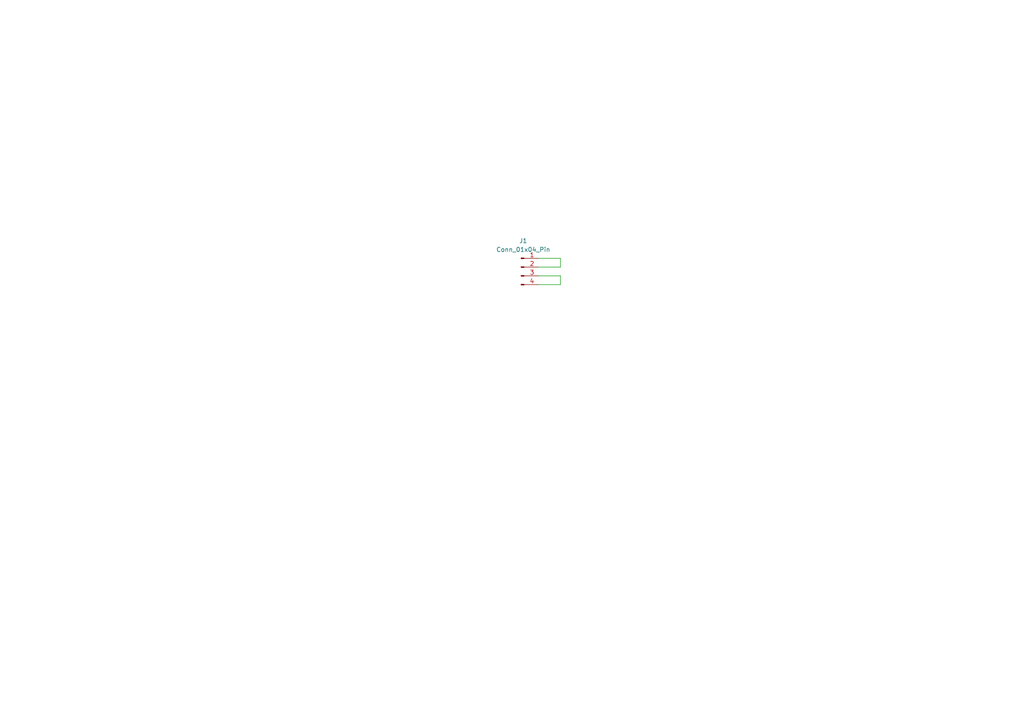
<source format=kicad_sch>
(kicad_sch (version 20231120) (generator "eeschema") (generator_version "8.0")
  (paper "A4")
  (lib_symbols
    (symbol "Connector:Conn_01x04_Pin" (pin_names (offset 1.016) hide)
      (property "Reference" "J" (at 0 5.08 0))
      (property "Value" "Conn_01x04_Pin" (at 0 -7.62 0))
      (symbol "Conn_01x04_Pin_1_1"
        (polyline (pts (xy 1.27 -5.08) (xy 0.8636 -5.08)) (stroke (width 0.1524)))
        (polyline (pts (xy 1.27 -2.54) (xy 0.8636 -2.54)) (stroke (width 0.1524)))
        (polyline (pts (xy 1.27 0) (xy 0.8636 0)) (stroke (width 0.1524)))
        (polyline (pts (xy 1.27 2.54) (xy 0.8636 2.54)) (stroke (width 0.1524)))
        (rectangle (start 0.8636 -4.953) (end 0 -5.207) (stroke (width 0.1524)) (fill (type outline)))
        (rectangle (start 0.8636 -2.413) (end 0 -2.667) (stroke (width 0.1524)) (fill (type outline)))
        (rectangle (start 0.8636 0.127) (end 0 -0.127) (stroke (width 0.1524)) (fill (type outline)))
        (rectangle (start 0.8636 2.667) (end 0 2.413) (stroke (width 0.1524)) (fill (type outline)))
        (pin passive line (at 5.08 2.54 180) (length 3.81) (name "Pin_1") (number "1"))
        (pin passive line (at 5.08 0 180) (length 3.81) (name "Pin_2") (number "2"))
        (pin passive line (at 5.08 -2.54 180) (length 3.81) (name "Pin_3") (number "3"))
        (pin passive line (at 5.08 -5.08 180) (length 3.81) (name "Pin_4") (number "4"))
      )
    )
  )
  (wire (pts (xy 156.21 82.55) (xy 162.56 82.55)))
  (wire (pts (xy 156.21 74.93) (xy 162.56 74.93)))
  (wire (pts (xy 156.21 80.01) (xy 162.56 80.01)))
  (wire (pts (xy 162.56 80.01) (xy 162.56 82.55)))
  (wire (pts (xy 162.56 74.93) (xy 162.56 77.47)))
  (wire (pts (xy 156.21 77.47) (xy 162.56 77.47)))
  (symbol (lib_id "Connector:Conn_01x04_Pin") (at 151.13 77.47 0) (unit 1)
    (property "Reference" "J1" (at 151.765 69.85 0))
    (property "Value" "Conn_01x04_Pin" (at 151.765 72.39 0))
    (property "Footprint" "planar_transformer:planar_tran_connector" (effects (hide yes)))
    (property "Description" "Generic connector, single row, 01x04, script generated" (effects (hide yes)))
  )
)
</source>
